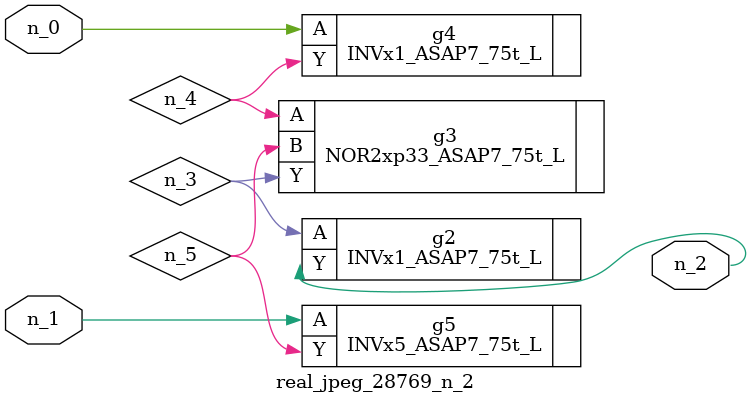
<source format=v>
module real_jpeg_28769_n_2 (n_1, n_0, n_2);

input n_1;
input n_0;

output n_2;

wire n_5;
wire n_4;
wire n_3;

INVx1_ASAP7_75t_L g4 ( 
.A(n_0),
.Y(n_4)
);

INVx5_ASAP7_75t_L g5 ( 
.A(n_1),
.Y(n_5)
);

INVx1_ASAP7_75t_L g2 ( 
.A(n_3),
.Y(n_2)
);

NOR2xp33_ASAP7_75t_L g3 ( 
.A(n_4),
.B(n_5),
.Y(n_3)
);


endmodule
</source>
